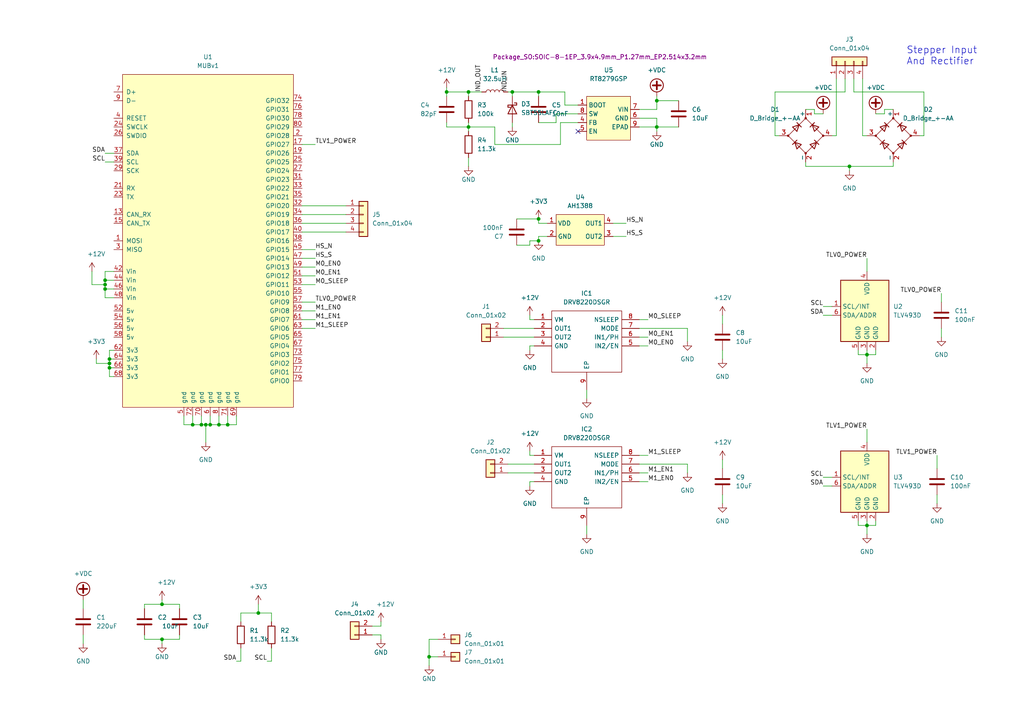
<source format=kicad_sch>
(kicad_sch (version 20220822) (generator eeschema)
  (paper "A4")
  (lib_symbols
    (symbol "Connector_Generic:Conn_01x01" (pin_names (offset 1.016) hide)
      (property "Reference" "J" (at 0 2.54 0))
      (property "Value" "Conn_01x01" (at 0 -2.54 0))
      (symbol "Conn_01x01_1_1"
        (rectangle (start -1.27 0.127) (end 0 -0.127) (stroke (width 0.1524)))
        (rectangle (start -1.27 1.27) (end 1.27 -1.27) (stroke (width 0.254)) (fill (type background)))
        (pin passive line (at -5.08 0 0) (length 3.81) (name "Pin_1") (number "1"))
      )
    )
    (symbol "Connector_Generic:Conn_01x02" (pin_names (offset 1.016) hide)
      (property "Reference" "J" (at 0 2.54 0))
      (property "Value" "Conn_01x02" (at 0 -5.08 0))
      (symbol "Conn_01x02_1_1"
        (rectangle (start -1.27 -2.413) (end 0 -2.667) (stroke (width 0.1524)))
        (rectangle (start -1.27 0.127) (end 0 -0.127) (stroke (width 0.1524)))
        (rectangle (start -1.27 1.27) (end 1.27 -3.81) (stroke (width 0.254)) (fill (type background)))
        (pin passive line (at -5.08 0 0) (length 3.81) (name "Pin_1") (number "1"))
        (pin passive line (at -5.08 -2.54 0) (length 3.81) (name "Pin_2") (number "2"))
      )
    )
    (symbol "Connector_Generic:Conn_01x04" (pin_names (offset 1.016) hide)
      (property "Reference" "J" (at 0 5.08 0))
      (property "Value" "Conn_01x04" (at 0 -7.62 0))
      (symbol "Conn_01x04_1_1"
        (rectangle (start -1.27 -4.953) (end 0 -5.207) (stroke (width 0.1524)))
        (rectangle (start -1.27 -2.413) (end 0 -2.667) (stroke (width 0.1524)))
        (rectangle (start -1.27 0.127) (end 0 -0.127) (stroke (width 0.1524)))
        (rectangle (start -1.27 2.667) (end 0 2.413) (stroke (width 0.1524)))
        (rectangle (start -1.27 3.81) (end 1.27 -6.35) (stroke (width 0.254)) (fill (type background)))
        (pin passive line (at -5.08 2.54 0) (length 3.81) (name "Pin_1") (number "1"))
        (pin passive line (at -5.08 0 0) (length 3.81) (name "Pin_2") (number "2"))
        (pin passive line (at -5.08 -2.54 0) (length 3.81) (name "Pin_3") (number "3"))
        (pin passive line (at -5.08 -5.08 0) (length 3.81) (name "Pin_4") (number "4"))
      )
    )
    (symbol "Device:C" (pin_numbers hide) (pin_names (offset 0.254))
      (property "Reference" "C" (at 0.635 2.54 0))
      (property "Value" "C" (at 0.635 -2.54 0))
      (symbol "C_0_1"
        (polyline (pts (xy -2.032 -0.762) (xy 2.032 -0.762)) (stroke (width 0.508)))
        (polyline (pts (xy -2.032 0.762) (xy 2.032 0.762)) (stroke (width 0.508)))
      )
      (symbol "C_1_1"
        (pin passive line (at 0 3.81 270) (length 2.794) (name "~") (number "1"))
        (pin passive line (at 0 -3.81 90) (length 2.794) (name "~") (number "2"))
      )
    )
    (symbol "Device:D_Bridge_+-AA" (pin_names (offset 0))
      (property "Reference" "D" (at 2.54 6.985 0))
      (property "Value" "D_Bridge_+-AA" (at 2.54 5.08 0))
      (symbol "D_Bridge_+-AA_0_1"
        (circle (center -5.08 0) (radius 0.254) (fill (type outline)))
        (circle (center 0 -5.08) (radius 0.254) (fill (type outline)))
        (polyline (pts (xy -2.54 3.81) (xy -1.27 2.54)) (stroke (width 0.254)))
        (polyline (pts (xy -1.27 -2.54) (xy -2.54 -3.81)) (stroke (width 0.254)))
        (polyline (pts (xy 2.54 -1.27) (xy 3.81 -2.54)) (stroke (width 0.254)))
        (polyline (pts (xy 2.54 1.27) (xy 3.81 2.54)) (stroke (width 0.254)))
        (polyline (pts (xy -3.81 2.54) (xy -2.54 1.27) (xy -1.905 3.175) (xy -3.81 2.54)) (stroke (width 0.254)))
        (polyline (pts (xy -2.54 -1.27) (xy -3.81 -2.54) (xy -1.905 -3.175) (xy -2.54 -1.27)) (stroke (width 0.254)))
        (polyline (pts (xy 1.27 2.54) (xy 2.54 3.81) (xy 3.175 1.905) (xy 1.27 2.54)) (stroke (width 0.254)))
        (polyline (pts (xy 3.175 -1.905) (xy 1.27 -2.54) (xy 2.54 -3.81) (xy 3.175 -1.905)) (stroke (width 0.254)))
        (polyline (pts (xy -5.08 0) (xy 0 -5.08) (xy 5.08 0) (xy 0 5.08) (xy -5.08 0)))
        (circle (center 0 5.08) (radius 0.254) (fill (type outline)))
        (circle (center 5.08 0) (radius 0.254) (fill (type outline)))
      )
      (symbol "D_Bridge_+-AA_1_1"
        (pin passive line (at 7.62 0 180) (length 2.54) (name "+") (number "1"))
        (pin passive line (at -7.62 0 0) (length 2.54) (name "-") (number "2"))
        (pin passive line (at 0 7.62 270) (length 2.54) (name "~") (number "3"))
        (pin passive line (at 0 -7.62 90) (length 2.54) (name "~") (number "4"))
      )
    )
    (symbol "Device:D_Schottky" (pin_numbers hide) (pin_names (offset 1.016) hide)
      (property "Reference" "D" (at 0 2.54 0))
      (property "Value" "D_Schottky" (at 0 -2.54 0))
      (symbol "D_Schottky_0_1"
        (polyline (pts (xy 1.27 0) (xy -1.27 0)))
        (polyline (pts (xy 1.27 1.27) (xy 1.27 -1.27) (xy -1.27 0) (xy 1.27 1.27)) (stroke (width 0.254)))
        (polyline (pts (xy -1.905 0.635) (xy -1.905 1.27) (xy -1.27 1.27) (xy -1.27 -1.27) (xy -0.635 -1.27) (xy -0.635 -0.635)) (stroke (width 0.254)))
      )
      (symbol "D_Schottky_1_1"
        (pin passive line (at -3.81 0 0) (length 2.54) (name "K") (number "1"))
        (pin passive line (at 3.81 0 180) (length 2.54) (name "A") (number "2"))
      )
    )
    (symbol "Device:L" (pin_numbers hide) (pin_names (offset 1.016) hide)
      (property "Reference" "L" (at -1.27 0 90))
      (property "Value" "L" (at 1.905 0 90))
      (symbol "L_0_1"
        (arc (start 0 -2.54) (mid 0.635 -1.905) (end 0 -1.27))
        (arc (start 0 -1.27) (mid 0.635 -0.635) (end 0 0))
        (arc (start 0 0) (mid 0.635 0.635) (end 0 1.27))
        (arc (start 0 1.27) (mid 0.635 1.905) (end 0 2.54))
      )
      (symbol "L_1_1"
        (pin passive line (at 0 3.81 270) (length 1.27) (name "1") (number "1"))
        (pin passive line (at 0 -3.81 90) (length 1.27) (name "2") (number "2"))
      )
    )
    (symbol "Device:R" (pin_numbers hide) (pin_names (offset 0))
      (property "Reference" "R" (at 2.032 0 90))
      (property "Value" "R" (at 0 0 90))
      (symbol "R_0_1"
        (rectangle (start -1.016 -2.54) (end 1.016 2.54) (stroke (width 0.254)))
      )
      (symbol "R_1_1"
        (pin passive line (at 0 3.81 270) (length 1.27) (name "~") (number "1"))
        (pin passive line (at 0 -3.81 90) (length 1.27) (name "~") (number "2"))
      )
    )
    (symbol "MUB:MUBv1" (pin_names (offset 1.016))
      (property "Reference" "U" (at -21.59 46.99 0))
      (property "Value" "MUBv1" (at 21.59 -52.07 0))
      (symbol "MUBv1_0_1"
        (rectangle (start -24.13 45.72) (end 25.4 -50.8) (fill (type background)))
      )
      (symbol "MUBv1_1_1"
        (pin input line (at -26.67 -2.54 0) (length 2.54) (name "MOSI") (number "1"))
        (pin input line (at -26.67 5.08 0) (length 2.54) (name "CAN_RX") (number "13"))
        (pin input line (at -26.67 2.54 0) (length 2.54) (name "CAN_TX") (number "15"))
        (pin input line (at 27.94 25.4 180) (length 2.54) (name "GPIO27") (number "17"))
        (pin input line (at 27.94 22.86 180) (length 2.54) (name "GPIO26") (number "19"))
        (pin input line (at 27.94 27.94 180) (length 2.54) (name "GPIO28") (number "2"))
        (pin input line (at -26.67 12.7 0) (length 2.54) (name "RX") (number "21"))
        (pin input line (at -26.67 10.16 0) (length 2.54) (name "TX") (number "23"))
        (pin input line (at -26.67 30.48 0) (length 2.54) (name "SWCLK") (number "24"))
        (pin input line (at 27.94 20.32 180) (length 2.54) (name "GPIO25") (number "25"))
        (pin input line (at -26.67 27.94 0) (length 2.54) (name "SWDIO") (number "26"))
        (pin input line (at 27.94 17.78 180) (length 2.54) (name "GPIO24") (number "27"))
        (pin input line (at -26.67 17.78 0) (length 2.54) (name "SCK") (number "29"))
        (pin input line (at -26.67 -5.08 0) (length 2.54) (name "MISO") (number "3"))
        (pin input line (at 27.94 15.24 180) (length 2.54) (name "GPIO23") (number "31"))
        (pin input line (at 27.94 7.62 180) (length 2.54) (name "GPIO20") (number "32"))
        (pin input line (at 27.94 12.7 180) (length 2.54) (name "GPIO22") (number "33"))
        (pin input line (at 27.94 5.08 180) (length 2.54) (name "GPIO19") (number "34"))
        (pin input line (at 27.94 10.16 180) (length 2.54) (name "GPIO21") (number "35"))
        (pin input line (at 27.94 2.54 180) (length 2.54) (name "GPIO18") (number "36"))
        (pin input line (at -26.67 22.86 0) (length 2.54) (name "SDA") (number "37"))
        (pin input line (at 27.94 -2.54 180) (length 2.54) (name "GPIO16") (number "38"))
        (pin input line (at -26.67 20.32 0) (length 2.54) (name "SCL") (number "39"))
        (pin input line (at -26.67 33.02 0) (length 2.54) (name "RESET") (number "4"))
        (pin input line (at 27.94 0 180) (length 2.54) (name "GPIO17") (number "40"))
        (pin input line (at -26.67 -11.43 0) (length 2.54) (name "Vin") (number "42"))
        (pin input line (at -26.67 -13.97 0) (length 2.54) (name "Vin") (number "44"))
        (pin input line (at 27.94 -5.08 180) (length 2.54) (name "GPIO15") (number "45"))
        (pin input line (at -26.67 -16.51 0) (length 2.54) (name "Vin") (number "46"))
        (pin input line (at 27.94 -7.62 180) (length 2.54) (name "GPIO14") (number "47"))
        (pin input line (at -26.67 -19.05 0) (length 2.54) (name "Vin") (number "48"))
        (pin input line (at 27.94 -10.16 180) (length 2.54) (name "GPIO13") (number "49"))
        (pin input line (at -6.35 -53.34 90) (length 2.54) (name "gnd") (number "5"))
        (pin input line (at 27.94 -12.7 180) (length 2.54) (name "GPIO12") (number "51"))
        (pin input line (at -26.67 -22.86 0) (length 2.54) (name "5v") (number "52"))
        (pin input line (at 27.94 -15.24 180) (length 2.54) (name "GPIO11") (number "53"))
        (pin input line (at -26.67 -25.4 0) (length 2.54) (name "5v") (number "54"))
        (pin input line (at 27.94 -17.78 180) (length 2.54) (name "GPIO10") (number "55"))
        (pin input line (at -26.67 -27.94 0) (length 2.54) (name "5v") (number "56"))
        (pin input line (at 27.94 -20.32 180) (length 2.54) (name "GPIO9") (number "57"))
        (pin input line (at -26.67 -30.48 0) (length 2.54) (name "5v") (number "58"))
        (pin input line (at 27.94 -22.86 180) (length 2.54) (name "GPIO8") (number "59"))
        (pin input line (at 1.27 -53.34 90) (length 2.54) (name "gnd") (number "6"))
        (pin input line (at 27.94 -25.4 180) (length 2.54) (name "GPIO7") (number "61"))
        (pin input line (at -26.67 -34.29 0) (length 2.54) (name "3v3") (number "62"))
        (pin input line (at 27.94 -27.94 180) (length 2.54) (name "GPIO6") (number "63"))
        (pin input line (at -26.67 -36.83 0) (length 2.54) (name "3v3") (number "64"))
        (pin input line (at 27.94 -30.48 180) (length 2.54) (name "GPIO5") (number "65"))
        (pin input line (at -26.67 -39.37 0) (length 2.54) (name "3v3") (number "66"))
        (pin input line (at 27.94 -33.02 180) (length 2.54) (name "GPIO4") (number "67"))
        (pin input line (at -26.67 -41.91 0) (length 2.54) (name "3v3") (number "68"))
        (pin input line (at 8.89 -53.34 90) (length 2.54) (name "gnd") (number "69"))
        (pin input line (at -26.67 40.64 0) (length 2.54) (name "D+") (number "7"))
        (pin input line (at -1.27 -53.34 90) (length 2.54) (name "gnd") (number "70"))
        (pin input line (at 6.35 -53.34 90) (length 2.54) (name "gnd") (number "71"))
        (pin input line (at -3.81 -53.34 90) (length 2.54) (name "gnd") (number "72"))
        (pin input line (at 27.94 -35.56 180) (length 2.54) (name "GPIO3") (number "73"))
        (pin input line (at 27.94 38.1 180) (length 2.54) (name "GPIO32") (number "74"))
        (pin input line (at 27.94 -38.1 180) (length 2.54) (name "GPIO2") (number "75"))
        (pin input line (at 27.94 35.56 180) (length 2.54) (name "GPIO31") (number "76"))
        (pin input line (at 27.94 -40.64 180) (length 2.54) (name "GPIO1") (number "77"))
        (pin input line (at 27.94 33.02 180) (length 2.54) (name "GPIO30") (number "78"))
        (pin input line (at 27.94 -43.18 180) (length 2.54) (name "GPIO0") (number "79"))
        (pin input line (at 3.81 -53.34 90) (length 2.54) (name "gnd") (number "8"))
        (pin input line (at 27.94 30.48 180) (length 2.54) (name "GPIO29") (number "80"))
        (pin input line (at -26.67 38.1 0) (length 2.54) (name "D-") (number "9"))
      )
    )
    (symbol "SamacSys_Parts:DRV8220DSGR" (pin_names (offset 0.762))
      (property "Reference" "IC" (at 26.67 7.62 0))
      (property "Value" "DRV8220DSGR" (at 26.67 5.08 0))
      (symbol "DRV8220DSGR_0_0"
        (pin passive line (at 0 0 0) (length 5.08) (name "VM") (number "1"))
        (pin passive line (at 0 -2.54 0) (length 5.08) (name "OUT1") (number "2"))
        (pin passive line (at 0 -5.08 0) (length 5.08) (name "OUT2") (number "3"))
        (pin passive line (at 0 -7.62 0) (length 5.08) (name "GND") (number "4"))
        (pin passive line (at 30.48 -7.62 180) (length 5.08) (name "IN2/EN") (number "5"))
        (pin passive line (at 30.48 -5.08 180) (length 5.08) (name "IN1/PH") (number "6"))
        (pin passive line (at 30.48 -2.54 180) (length 5.08) (name "MODE") (number "7"))
        (pin passive line (at 30.48 0 180) (length 5.08) (name "NSLEEP") (number "8"))
        (pin passive line (at 15.24 -20.32 90) (length 5.08) (name "EP") (number "9"))
      )
      (symbol "DRV8220DSGR_0_1"
        (polyline (pts (xy 5.08 2.54) (xy 25.4 2.54) (xy 25.4 -15.24) (xy 5.08 -15.24) (xy 5.08 2.54)) (stroke (width 0.1524)))
      )
    )
    (symbol "Sensor_Magnetic:TLV493D"
      (property "Reference" "U" (at -6.35 11.43 0))
      (property "Value" "TLV493D" (at 5.08 11.43 0))
      (symbol "TLV493D_0_1"
        (rectangle (start -7.62 10.16) (end 6.35 -7.62) (stroke (width 0.254)) (fill (type background)))
      )
      (symbol "TLV493D_1_1"
        (pin bidirectional line (at -10.16 2.54 0) (length 2.54) (name "SCL/INT") (number "1"))
        (pin power_in line (at 2.54 -10.16 90) (length 2.54) (name "GND") (number "2"))
        (pin power_in line (at 0 -10.16 90) (length 2.54) (name "GND") (number "3"))
        (pin power_in line (at 0 12.7 270) (length 2.54) (name "VDD") (number "4"))
        (pin power_in line (at -2.54 -10.16 90) (length 2.54) (name "GND") (number "5"))
        (pin bidirectional line (at -10.16 0 0) (length 2.54) (name "SDA/ADDR") (number "6"))
      )
    )
    (symbol "custom_parts:AH1388"
      (property "Reference" "U" (at 0 5.08 0))
      (property "Value" "AH1388" (at 3.81 -6.35 0))
      (symbol "AH1388_0_1"
        (rectangle (start -6.35 3.81) (end 7.62 -5.08) (fill (type background)))
      )
      (symbol "AH1388_1_1"
        (pin input line (at -8.89 1.27 0) (length 2.54) (name "VDD") (number "1"))
        (pin output line (at -8.89 -2.54 0) (length 2.54) (name "GND") (number "2"))
        (pin output line (at 10.16 -2.54 180) (length 2.54) (name "OUT2") (number "3"))
        (pin output line (at 10.16 1.27 180) (length 2.54) (name "OUT1") (number "4"))
      )
    )
    (symbol "custom_parts:RT8279GSP"
      (property "Reference" "U" (at 0 7.62 0))
      (property "Value" "RT8279GSP" (at 5.08 -7.62 0))
      (property "Footprint" "Package_SO:SOIC-8-1EP_3.9x4.9mm_P1.27mm_EP2.514x3.2mm" (at 0 7.62 0))
      (symbol "RT8279GSP_0_0"
        (pin input line (at 8.89 -2.54 180) (length 2.54) (name "EPAD") (number "9"))
      )
      (symbol "RT8279GSP_0_1"
        (rectangle (start -6.35 6.35) (end 6.35 -6.35) (fill (type background)))
      )
      (symbol "RT8279GSP_1_1"
        (pin input line (at -8.89 3.81 0) (length 2.54) (name "BOOT") (number "1"))
        (pin input line (at -8.89 -1.27 0) (length 2.54) (name "FB") (number "4"))
        (pin input line (at -8.89 -3.81 0) (length 2.54) (name "EN") (number "5"))
        (pin input line (at 8.89 0 180) (length 2.54) (name "GND") (number "6"))
        (pin input line (at 8.89 2.54 180) (length 2.54) (name "VIN") (number "7"))
        (pin input line (at -8.89 1.27 0) (length 2.54) (name "SW") (number "8"))
      )
    )
    (symbol "power:+12V" (power) (pin_names (offset 0))
      (property "Value" "+12V" (at 0 3.556 0))
      (symbol "+12V_0_1"
        (polyline (pts (xy -0.762 1.27) (xy 0 2.54)))
        (polyline (pts (xy 0 0) (xy 0 2.54)))
        (polyline (pts (xy 0 2.54) (xy 0.762 1.27)))
      )
      (symbol "+12V_1_1"
        (pin power_in line (at 0 0 90) (length 0) hide (name "+12V") (number "1"))
      )
    )
    (symbol "power:+3V3" (power) (pin_names (offset 0))
      (property "Value" "+3V3" (at 0 3.556 0))
      (symbol "+3V3_0_1"
        (polyline (pts (xy -0.762 1.27) (xy 0 2.54)))
        (polyline (pts (xy 0 0) (xy 0 2.54)))
        (polyline (pts (xy 0 2.54) (xy 0.762 1.27)))
      )
      (symbol "+3V3_1_1"
        (pin power_in line (at 0 0 90) (length 0) hide (name "+3V3") (number "1"))
      )
    )
    (symbol "power:+VDC" (power) (pin_names (offset 0))
      (property "Value" "+VDC" (at 0 6.35 0))
      (symbol "+VDC_0_1"
        (polyline (pts (xy -1.143 3.175) (xy 1.143 3.175)) (stroke (width 0.508)))
        (polyline (pts (xy 0 0) (xy 0 1.27)))
        (polyline (pts (xy 0 2.032) (xy 0 4.318)) (stroke (width 0.508)))
        (circle (center 0 3.175) (radius 1.905) (stroke (width 0.254)))
      )
      (symbol "+VDC_1_1"
        (pin power_in line (at 0 0 90) (length 0) hide (name "+VDC") (number "1"))
      )
    )
    (symbol "power:GND" (power) (pin_names (offset 0))
      (property "Value" "GND" (at 0 -3.81 0))
      (symbol "GND_0_1"
        (polyline (pts (xy 0 0) (xy 0 -1.27) (xy 1.27 -1.27) (xy 0 -2.54) (xy -1.27 -1.27) (xy 0 -1.27)))
      )
      (symbol "GND_1_1"
        (pin power_in line (at 0 0 270) (length 0) hide (name "GND") (number "1"))
      )
    )
  )
  (junction (at 135.89 26.67))
  (junction (at 246.38 48.26))
  (junction (at 31.75 105.41))
  (junction (at 63.5 123.19))
  (junction (at 251.46 102.87))
  (junction (at 66.04 123.19))
  (junction (at 30.48 83.82))
  (junction (at 58.42 123.19))
  (junction (at 55.88 123.19))
  (junction (at 60.96 123.19))
  (junction (at 190.5 36.83))
  (junction (at 156.21 26.67))
  (junction (at 156.21 63.5))
  (junction (at 129.54 26.67))
  (junction (at 74.93 177.8))
  (junction (at 31.75 106.68))
  (junction (at 30.48 81.28))
  (junction (at 156.21 69.85))
  (junction (at 59.69 123.19))
  (junction (at 31.75 104.14))
  (junction (at 30.48 82.55))
  (junction (at 190.5 29.21))
  (junction (at 124.46 190.5))
  (junction (at 46.99 185.42))
  (junction (at 148.59 26.67))
  (junction (at 251.46 152.4))
  (junction (at 135.89 36.83))
  (junction (at 46.99 175.26))
  (no_connect (at 167.64 38.1))
  (wire (pts (xy 153.67 92.71) (xy 154.94 92.71)))
  (wire (pts (xy 190.5 36.83) (xy 190.5 38.1)))
  (wire (pts (xy 250.19 39.37) (xy 251.46 39.37)))
  (wire (pts (xy 148.59 35.56) (xy 148.59 36.83)))
  (wire (pts (xy 224.79 26.67) (xy 245.11 26.67)))
  (wire (pts (xy 87.63 62.23) (xy 100.33 62.23)))
  (wire (pts (xy 248.92 102.87) (xy 251.46 102.87)))
  (wire (pts (xy 46.99 185.42) (xy 52.07 185.42)))
  (wire (pts (xy 33.02 109.22) (xy 31.75 109.22)))
  (wire (pts (xy 24.13 173.99) (xy 24.13 176.53)))
  (wire (pts (xy 107.95 184.15) (xy 110.49 184.15)))
  (wire (pts (xy 124.46 185.42) (xy 124.46 190.5)))
  (wire (pts (xy 153.67 91.44) (xy 153.67 92.71)))
  (wire (pts (xy 31.75 105.41) (xy 31.75 106.68)))
  (wire (pts (xy 63.5 120.65) (xy 63.5 123.19)))
  (wire (pts (xy 161.29 35.56) (xy 156.21 35.56)))
  (wire (pts (xy 273.05 95.25) (xy 273.05 97.79)))
  (wire (pts (xy 30.48 78.74) (xy 33.02 78.74)))
  (wire (pts (xy 24.13 184.15) (xy 24.13 186.69)))
  (wire (pts (xy 238.76 138.43) (xy 241.3 138.43)))
  (wire (pts (xy 60.96 123.19) (xy 63.5 123.19)))
  (wire (pts (xy 135.89 27.94) (xy 135.89 26.67)))
  (wire (pts (xy 190.5 34.29) (xy 190.5 36.83)))
  (wire (pts (xy 209.55 91.44) (xy 209.55 93.98)))
  (wire (pts (xy 60.96 120.65) (xy 60.96 123.19)))
  (wire (pts (xy 69.85 180.34) (xy 69.85 177.8)))
  (wire (pts (xy 254 102.87) (xy 251.46 102.87)))
  (wire (pts (xy 185.42 132.08) (xy 187.96 132.08)))
  (wire (pts (xy 53.34 123.19) (xy 55.88 123.19)))
  (wire (pts (xy 167.64 35.56) (xy 162.56 35.56)))
  (wire (pts (xy 87.63 67.31) (xy 100.33 67.31)))
  (wire (pts (xy 78.74 191.77) (xy 77.47 191.77)))
  (wire (pts (xy 162.56 35.56) (xy 162.56 41.91)))
  (wire (pts (xy 242.57 22.86) (xy 242.57 39.37)))
  (wire (pts (xy 110.49 184.15) (xy 110.49 185.42)))
  (wire (pts (xy 143.51 41.91) (xy 143.51 36.83)))
  (wire (pts (xy 209.55 101.6) (xy 209.55 104.14)))
  (wire (pts (xy 87.63 95.25) (xy 91.44 95.25)))
  (wire (pts (xy 248.92 151.13) (xy 248.92 152.4)))
  (wire (pts (xy 251.46 74.93) (xy 251.46 78.74)))
  (wire (pts (xy 87.63 74.93) (xy 91.44 74.93)))
  (wire (pts (xy 124.46 190.5) (xy 127 190.5)))
  (wire (pts (xy 110.49 181.61) (xy 110.49 180.34)))
  (wire (pts (xy 238.76 91.44) (xy 241.3 91.44)))
  (wire (pts (xy 246.38 48.26) (xy 246.38 49.53)))
  (wire (pts (xy 185.42 95.25) (xy 199.39 95.25)))
  (wire (pts (xy 135.89 36.83) (xy 135.89 38.1)))
  (wire (pts (xy 68.58 123.19) (xy 68.58 120.65)))
  (wire (pts (xy 162.56 41.91) (xy 143.51 41.91)))
  (wire (pts (xy 87.63 80.01) (xy 91.44 80.01)))
  (wire (pts (xy 250.19 22.86) (xy 250.19 39.37)))
  (wire (pts (xy 87.63 82.55) (xy 91.44 82.55)))
  (wire (pts (xy 69.85 187.96) (xy 69.85 191.77)))
  (wire (pts (xy 78.74 177.8) (xy 78.74 180.34)))
  (wire (pts (xy 87.63 64.77) (xy 100.33 64.77)))
  (wire (pts (xy 254 151.13) (xy 254 152.4)))
  (wire (pts (xy 27.94 105.41) (xy 27.94 104.14)))
  (wire (pts (xy 233.68 48.26) (xy 246.38 48.26)))
  (wire (pts (xy 209.55 143.51) (xy 209.55 146.05)))
  (wire (pts (xy 135.89 45.72) (xy 135.89 48.26)))
  (wire (pts (xy 52.07 176.53) (xy 52.07 175.26)))
  (wire (pts (xy 59.69 123.19) (xy 60.96 123.19)))
  (wire (pts (xy 30.48 46.99) (xy 33.02 46.99)))
  (wire (pts (xy 190.5 36.83) (xy 196.85 36.83)))
  (wire (pts (xy 161.29 33.02) (xy 167.64 33.02)))
  (wire (pts (xy 87.63 41.91) (xy 91.44 41.91)))
  (wire (pts (xy 31.75 104.14) (xy 31.75 101.6)))
  (wire (pts (xy 30.48 86.36) (xy 30.48 83.82)))
  (wire (pts (xy 31.75 101.6) (xy 33.02 101.6)))
  (wire (pts (xy 30.48 82.55) (xy 30.48 81.28)))
  (wire (pts (xy 185.42 100.33) (xy 187.96 100.33)))
  (wire (pts (xy 78.74 187.96) (xy 78.74 191.77)))
  (wire (pts (xy 55.88 120.65) (xy 55.88 123.19)))
  (wire (pts (xy 224.79 39.37) (xy 226.06 39.37)))
  (wire (pts (xy 167.64 30.48) (xy 163.83 30.48)))
  (wire (pts (xy 177.8 68.58) (xy 181.61 68.58)))
  (wire (pts (xy 190.5 29.21) (xy 196.85 29.21)))
  (wire (pts (xy 63.5 123.19) (xy 66.04 123.19)))
  (wire (pts (xy 267.97 39.37) (xy 267.97 26.67)))
  (wire (pts (xy 59.69 123.19) (xy 59.69 128.27)))
  (wire (pts (xy 129.54 36.83) (xy 135.89 36.83)))
  (wire (pts (xy 146.05 95.25) (xy 154.94 95.25)))
  (wire (pts (xy 87.63 87.63) (xy 91.44 87.63)))
  (wire (pts (xy 30.48 83.82) (xy 33.02 83.82)))
  (wire (pts (xy 185.42 139.7) (xy 187.96 139.7)))
  (wire (pts (xy 158.75 68.58) (xy 156.21 68.58)))
  (wire (pts (xy 224.79 26.67) (xy 224.79 39.37)))
  (wire (pts (xy 233.68 31.75) (xy 236.22 31.75)))
  (wire (pts (xy 153.67 132.08) (xy 154.94 132.08)))
  (wire (pts (xy 190.5 29.21) (xy 190.5 31.75)))
  (wire (pts (xy 154.94 139.7) (xy 153.67 139.7)))
  (wire (pts (xy 147.32 26.67) (xy 148.59 26.67)))
  (wire (pts (xy 185.42 34.29) (xy 190.5 34.29)))
  (wire (pts (xy 271.78 132.08) (xy 271.78 135.89)))
  (wire (pts (xy 41.91 185.42) (xy 46.99 185.42)))
  (wire (pts (xy 153.67 130.81) (xy 153.67 132.08)))
  (wire (pts (xy 26.67 82.55) (xy 30.48 82.55)))
  (wire (pts (xy 170.18 152.4) (xy 170.18 154.94)))
  (wire (pts (xy 254 152.4) (xy 251.46 152.4)))
  (wire (pts (xy 87.63 92.71) (xy 91.44 92.71)))
  (wire (pts (xy 247.65 26.67) (xy 267.97 26.67)))
  (wire (pts (xy 31.75 105.41) (xy 31.75 104.14)))
  (wire (pts (xy 129.54 26.67) (xy 135.89 26.67)))
  (wire (pts (xy 153.67 100.33) (xy 154.94 100.33)))
  (wire (pts (xy 254 33.02) (xy 256.54 33.02)))
  (wire (pts (xy 156.21 68.58) (xy 156.21 69.85)))
  (wire (pts (xy 236.22 33.02) (xy 238.76 33.02)))
  (wire (pts (xy 238.76 88.9) (xy 241.3 88.9)))
  (wire (pts (xy 251.46 124.46) (xy 251.46 128.27)))
  (wire (pts (xy 129.54 25.4) (xy 129.54 26.67)))
  (wire (pts (xy 153.67 71.12) (xy 153.67 69.85)))
  (wire (pts (xy 185.42 137.16) (xy 187.96 137.16)))
  (wire (pts (xy 199.39 134.62) (xy 199.39 137.16)))
  (wire (pts (xy 170.18 113.03) (xy 170.18 115.57)))
  (wire (pts (xy 238.76 140.97) (xy 241.3 140.97)))
  (wire (pts (xy 271.78 143.51) (xy 271.78 146.05)))
  (wire (pts (xy 143.51 36.83) (xy 135.89 36.83)))
  (wire (pts (xy 147.32 137.16) (xy 154.94 137.16)))
  (wire (pts (xy 190.5 27.94) (xy 190.5 29.21)))
  (wire (pts (xy 251.46 151.13) (xy 251.46 152.4)))
  (wire (pts (xy 161.29 33.02) (xy 161.29 35.56)))
  (wire (pts (xy 30.48 83.82) (xy 30.48 82.55)))
  (wire (pts (xy 69.85 177.8) (xy 74.93 177.8)))
  (wire (pts (xy 251.46 101.6) (xy 251.46 102.87)))
  (wire (pts (xy 254 101.6) (xy 254 102.87)))
  (wire (pts (xy 41.91 176.53) (xy 41.91 175.26)))
  (wire (pts (xy 177.8 64.77) (xy 181.61 64.77)))
  (wire (pts (xy 251.46 152.4) (xy 251.46 154.94)))
  (wire (pts (xy 149.86 63.5) (xy 156.21 63.5)))
  (wire (pts (xy 33.02 86.36) (xy 30.48 86.36)))
  (wire (pts (xy 248.92 101.6) (xy 248.92 102.87)))
  (wire (pts (xy 124.46 193.04) (xy 124.46 190.5)))
  (wire (pts (xy 30.48 81.28) (xy 33.02 81.28)))
  (wire (pts (xy 31.75 109.22) (xy 31.75 106.68)))
  (wire (pts (xy 185.42 36.83) (xy 190.5 36.83)))
  (wire (pts (xy 246.38 48.26) (xy 259.08 48.26)))
  (wire (pts (xy 31.75 104.14) (xy 33.02 104.14)))
  (wire (pts (xy 149.86 71.12) (xy 153.67 71.12)))
  (wire (pts (xy 209.55 133.35) (xy 209.55 135.89)))
  (wire (pts (xy 273.05 85.09) (xy 273.05 87.63)))
  (wire (pts (xy 53.34 120.65) (xy 53.34 123.19)))
  (wire (pts (xy 66.04 120.65) (xy 66.04 123.19)))
  (wire (pts (xy 245.11 26.67) (xy 245.11 22.86)))
  (wire (pts (xy 156.21 64.77) (xy 158.75 64.77)))
  (wire (pts (xy 30.48 81.28) (xy 30.48 78.74)))
  (wire (pts (xy 148.59 26.67) (xy 148.59 27.94)))
  (wire (pts (xy 87.63 59.69) (xy 100.33 59.69)))
  (wire (pts (xy 129.54 27.94) (xy 129.54 26.67)))
  (wire (pts (xy 185.42 97.79) (xy 187.96 97.79)))
  (wire (pts (xy 156.21 26.67) (xy 163.83 26.67)))
  (wire (pts (xy 233.68 48.26) (xy 233.68 46.99)))
  (wire (pts (xy 251.46 102.87) (xy 251.46 105.41)))
  (wire (pts (xy 247.65 22.86) (xy 247.65 26.67)))
  (wire (pts (xy 41.91 184.15) (xy 41.91 185.42)))
  (wire (pts (xy 46.99 185.42) (xy 46.99 186.69)))
  (wire (pts (xy 153.67 69.85) (xy 156.21 69.85)))
  (wire (pts (xy 266.7 39.37) (xy 267.97 39.37)))
  (wire (pts (xy 58.42 123.19) (xy 59.69 123.19)))
  (wire (pts (xy 55.88 123.19) (xy 58.42 123.19)))
  (wire (pts (xy 147.32 134.62) (xy 154.94 134.62)))
  (wire (pts (xy 156.21 63.5) (xy 156.21 64.77)))
  (wire (pts (xy 190.5 31.75) (xy 185.42 31.75)))
  (wire (pts (xy 31.75 106.68) (xy 33.02 106.68)))
  (wire (pts (xy 66.04 123.19) (xy 68.58 123.19)))
  (wire (pts (xy 58.42 120.65) (xy 58.42 123.19)))
  (wire (pts (xy 30.48 44.45) (xy 33.02 44.45)))
  (wire (pts (xy 87.63 90.17) (xy 91.44 90.17)))
  (wire (pts (xy 248.92 152.4) (xy 251.46 152.4)))
  (wire (pts (xy 46.99 175.26) (xy 46.99 173.99)))
  (wire (pts (xy 259.08 48.26) (xy 259.08 46.99)))
  (wire (pts (xy 185.42 92.71) (xy 187.96 92.71)))
  (wire (pts (xy 135.89 36.83) (xy 135.89 35.56)))
  (wire (pts (xy 129.54 35.56) (xy 129.54 36.83)))
  (wire (pts (xy 69.85 191.77) (xy 68.58 191.77)))
  (wire (pts (xy 146.05 97.79) (xy 154.94 97.79)))
  (wire (pts (xy 148.59 26.67) (xy 156.21 26.67)))
  (wire (pts (xy 52.07 184.15) (xy 52.07 185.42)))
  (wire (pts (xy 242.57 39.37) (xy 241.3 39.37)))
  (wire (pts (xy 87.63 77.47) (xy 91.44 77.47)))
  (wire (pts (xy 256.54 33.02) (xy 256.54 31.75)))
  (wire (pts (xy 199.39 95.25) (xy 199.39 99.06)))
  (wire (pts (xy 256.54 31.75) (xy 259.08 31.75)))
  (wire (pts (xy 153.67 101.6) (xy 153.67 100.33)))
  (wire (pts (xy 153.67 139.7) (xy 153.67 140.97)))
  (wire (pts (xy 74.93 175.26) (xy 74.93 177.8)))
  (wire (pts (xy 87.63 72.39) (xy 91.44 72.39)))
  (wire (pts (xy 163.83 30.48) (xy 163.83 26.67)))
  (wire (pts (xy 27.94 105.41) (xy 31.75 105.41)))
  (wire (pts (xy 41.91 175.26) (xy 46.99 175.26)))
  (wire (pts (xy 26.67 78.74) (xy 26.67 82.55)))
  (wire (pts (xy 135.89 26.67) (xy 139.7 26.67)))
  (wire (pts (xy 185.42 134.62) (xy 199.39 134.62)))
  (wire (pts (xy 127 185.42) (xy 124.46 185.42)))
  (wire (pts (xy 156.21 26.67) (xy 156.21 27.94)))
  (wire (pts (xy 236.22 31.75) (xy 236.22 33.02)))
  (wire (pts (xy 107.95 181.61) (xy 110.49 181.61)))
  (wire (pts (xy 52.07 175.26) (xy 46.99 175.26)))
  (wire (pts (xy 74.93 177.8) (xy 78.74 177.8)))
  (text "Stepper Input\nAnd Rectifier" (at 262.89 19.05 0) (effects (font (size 2 2)) (justify left bottom)))
  (label "M0_SLEEP" (at 91.44 82.55 0))
  (label "SDA" (at 68.58 191.77 180))
  (label "SDA" (at 30.48 44.45 180))
  (label "SDA" (at 238.76 140.97 180))
  (label "M0_EN1" (at 187.96 97.79 0))
  (label "SCL" (at 238.76 88.9 180))
  (label "M1_EN0" (at 187.96 139.7 0))
  (label "TLV0_POWER" (at 273.05 85.09 180))
  (label "M0_EN0" (at 91.44 77.47 0))
  (label "HS_S" (at 91.44 74.93 0))
  (label "HS_N" (at 181.61 64.77 0))
  (label "TLV1_POWER" (at 251.46 124.46 180))
  (label "SCL" (at 238.76 138.43 180))
  (label "M0_SLEEP" (at 187.96 92.71 0))
  (label "TLV0_POWER" (at 91.44 87.63 0))
  (label "M1_SLEEP" (at 91.44 95.25 0))
  (label "HS_S" (at 181.61 68.58 0))
  (label "M0_EN0" (at 187.96 100.33 0))
  (label "SCL" (at 30.48 46.99 180))
  (label "SDA" (at 238.76 91.44 180))
  (label "TLV1_POWER" (at 271.78 132.08 180))
  (label "M0_EN1" (at 91.44 80.01 0))
  (label "HS_N" (at 91.44 72.39 0))
  (label "IND_OUT" (at 139.7 26.67 90))
  (label "SCL" (at 77.47 191.77 180))
  (label "M1_EN1" (at 187.96 137.16 0))
  (label "M1_EN1" (at 91.44 92.71 0))
  (label "TLV0_POWER" (at 251.46 74.93 180))
  (label "TLV1_POWER" (at 91.44 41.91 0))
  (label "M1_SLEEP" (at 187.96 132.08 0))
  (label "IND_IN" (at 147.32 26.67 90))
  (label "M1_EN0" (at 91.44 90.17 0))
  (symbol (lib_id "power:+12V") (at 110.49 180.34 0) (unit 1)
    (default_instance (reference "") (unit 1) (value "") (footprint ""))
    (property "Reference" "#PWR0127" (effects hide))
    (property "Value" "+12V" (at 111.76 175.26 0))
  )
  (symbol (lib_id "Device:C") (at 52.07 180.34 0) (unit 1)
    (default_instance (reference "") (unit 1) (value "") (footprint ""))
    (property "Reference" "C3" (at 55.88 179.0699 0) (effects (justify left)))
    (property "Value" "10uF" (at 55.88 181.6099 0) (effects (justify left)))
    (property "Footprint" "Capacitor_SMD:C_0805_2012Metric" (effects hide))
  )
  (symbol (lib_id "MUB:MUBv1") (at 59.69 67.31 0) (unit 1)
    (default_instance (reference "") (unit 1) (value "") (footprint ""))
    (property "Reference" "U1" (at 60.325 16.51 0))
    (property "Value" "MUBv1" (at 60.325 19.05 0))
    (property "Footprint" "MUB:MUB_v1" (effects hide))
  )
  (symbol (lib_id "power:+12V") (at 129.54 25.4 0) (unit 1)
    (default_instance (reference "") (unit 1) (value "") (footprint ""))
    (property "Reference" "#PWR0124" (effects hide))
    (property "Value" "+12V" (at 129.54 20.32 0))
  )
  (symbol (lib_id "power:GND") (at 190.5 38.1 0) (unit 1)
    (default_instance (reference "") (unit 1) (value "") (footprint ""))
    (property "Reference" "#PWR0122" (effects hide))
    (property "Value" "GND" (at 190.5 41.91 0))
  )
  (symbol (lib_id "power:GND") (at 124.46 193.04 0) (unit 1)
    (default_instance (reference "") (unit 1) (value "") (footprint ""))
    (property "Reference" "#PWR0128" (effects hide))
    (property "Value" "GND" (at 124.46 196.85 0))
  )
  (symbol (lib_id "power:GND") (at 24.13 186.69 0) (unit 1)
    (default_instance (reference "") (unit 1) (value "") (footprint ""))
    (property "Reference" "#PWR0105" (effects hide))
    (property "Value" "GND" (at 24.13 191.77 0))
  )
  (symbol (lib_id "power:GND") (at 251.46 154.94 0) (unit 1)
    (default_instance (reference "") (unit 1) (value "") (footprint ""))
    (property "Reference" "#PWR0107" (effects hide))
    (property "Value" "GND" (at 251.46 160.02 0))
  )
  (symbol (lib_id "power:GND") (at 59.69 128.27 0) (unit 1)
    (default_instance (reference "") (unit 1) (value "") (footprint ""))
    (property "Reference" "#PWR0104" (effects hide))
    (property "Value" "GND" (at 59.69 133.35 0))
  )
  (symbol (lib_id "SamacSys_Parts:DRV8220DSGR") (at 154.94 92.71 0) (unit 1)
    (default_instance (reference "") (unit 1) (value "") (footprint ""))
    (property "Reference" "IC1" (at 170.18 85.09 0))
    (property "Value" "DRV8220DSGR" (at 170.18 87.63 0))
    (property "Footprint" "SON50P200X200X80-9N" (effects hide))
    (property "Datasheet" "https://www.ti.com/lit/gpn/drv8220" (effects hide))
    (property "Description" "DRV8220DSGR" (effects hide))
    (property "Height" "0.8" (effects hide))
    (property "Mouser Part Number" "595-DRV8220DSGR" (effects hide))
    (property "Mouser Price/Stock" "https://www.mouser.co.uk/ProductDetail/Texas-Instruments/DRV8220DSGR?qs=A6eO%252BMLsxmR1BpX9iMystg%3D%3D" (effects hide))
    (property "Manufacturer_Name" "Texas Instruments" (effects hide))
    (property "Manufacturer_Part_Number" "DRV8220DSGR" (effects hide))
  )
  (symbol (lib_id "Device:R") (at 135.89 31.75 0) (unit 1)
    (default_instance (reference "") (unit 1) (value "") (footprint ""))
    (property "Reference" "R3" (at 138.43 30.4799 0) (effects (justify left)))
    (property "Value" "100k" (at 138.43 33.0199 0) (effects (justify left)))
    (property "Footprint" "Resistor_SMD:R_0603_1608Metric" (effects hide))
  )
  (symbol (lib_id "power:GND") (at 271.78 146.05 0) (unit 1)
    (default_instance (reference "") (unit 1) (value "") (footprint ""))
    (property "Reference" "#PWR0131" (effects hide))
    (property "Value" "GND" (at 271.78 151.13 0))
  )
  (symbol (lib_id "Device:R") (at 69.85 184.15 0) (unit 1)
    (default_instance (reference "") (unit 1) (value "") (footprint ""))
    (property "Reference" "R1" (at 72.39 182.8799 0) (effects (justify left)))
    (property "Value" "11.3k" (at 72.39 185.4199 0) (effects (justify left)))
    (property "Footprint" "Resistor_SMD:R_0603_1608Metric" (effects hide))
  )
  (symbol (lib_id "power:GND") (at 153.67 140.97 0) (unit 1)
    (default_instance (reference "") (unit 1) (value "") (footprint ""))
    (property "Reference" "#PWR0111" (effects hide))
    (property "Value" "GND" (at 153.67 146.05 0))
  )
  (symbol (lib_id "power:GND") (at 209.55 104.14 0) (unit 1)
    (default_instance (reference "") (unit 1) (value "") (footprint ""))
    (property "Reference" "#PWR0135" (effects hide))
    (property "Value" "GND" (at 209.55 109.22 0))
  )
  (symbol (lib_id "power:GND") (at 246.38 49.53 0) (unit 1)
    (default_instance (reference "") (unit 1) (value "") (footprint ""))
    (property "Reference" "#PWR0102" (effects hide))
    (property "Value" "GND" (at 246.38 54.61 0))
  )
  (symbol (lib_id "Connector_Generic:Conn_01x04") (at 105.41 62.23 0) (unit 1)
    (default_instance (reference "") (unit 1) (value "") (footprint ""))
    (property "Reference" "J5" (at 107.95 62.2299 0) (effects (justify left)))
    (property "Value" "Conn_01x04" (at 107.95 64.7699 0) (effects (justify left)))
    (property "Footprint" "Connector_PinHeader_2.54mm:PinHeader_1x04_P2.54mm_Vertical" (effects hide))
  )
  (symbol (lib_id "Device:C") (at 41.91 180.34 0) (unit 1)
    (default_instance (reference "") (unit 1) (value "") (footprint ""))
    (property "Reference" "C2" (at 45.72 179.0699 0) (effects (justify left)))
    (property "Value" "10uF" (at 46.99 181.6099 0) (effects (justify left)))
    (property "Footprint" "Capacitor_SMD:C_0805_2012Metric" (effects hide))
  )
  (symbol (lib_id "Device:C") (at 209.55 139.7 0) (unit 1)
    (default_instance (reference "") (unit 1) (value "") (footprint ""))
    (property "Reference" "C9" (at 213.36 138.4299 0) (effects (justify left)))
    (property "Value" "10uF" (at 213.36 140.9699 0) (effects (justify left)))
    (property "Footprint" "Capacitor_SMD:C_0805_2012Metric" (effects hide))
  )
  (symbol (lib_id "power:+VDC") (at 190.5 27.94 0) (unit 1)
    (default_instance (reference "") (unit 1) (value "") (footprint ""))
    (property "Reference" "#PWR0121" (effects hide))
    (property "Value" "+VDC" (at 190.5 20.32 0))
  )
  (symbol (lib_id "power:+12V") (at 209.55 91.44 0) (unit 1)
    (default_instance (reference "") (unit 1) (value "") (footprint ""))
    (property "Reference" "#PWR0134" (effects hide))
    (property "Value" "+12V" (at 209.55 86.36 0))
  )
  (symbol (lib_id "Connector_Generic:Conn_01x02") (at 102.87 184.15 180) (unit 1)
    (default_instance (reference "") (unit 1) (value "") (footprint ""))
    (property "Reference" "J4" (at 102.87 175.26 0))
    (property "Value" "Conn_01x02" (at 102.87 177.8 0))
    (property "Footprint" "Connector_PinHeader_2.54mm:PinHeader_1x02_P2.54mm_Vertical" (effects hide))
  )
  (symbol (lib_id "power:GND") (at 209.55 146.05 0) (unit 1)
    (default_instance (reference "") (unit 1) (value "") (footprint ""))
    (property "Reference" "#PWR0129" (effects hide))
    (property "Value" "GND" (at 209.55 151.13 0))
  )
  (symbol (lib_id "Connector_Generic:Conn_01x04") (at 245.11 17.78 90) (unit 1)
    (default_instance (reference "") (unit 1) (value "") (footprint ""))
    (property "Reference" "J3" (at 246.38 11.43 90))
    (property "Value" "Conn_01x04" (at 246.38 13.97 90))
    (property "Footprint" "Connector_PinHeader_2.54mm:PinHeader_1x04_P2.54mm_Vertical" (effects hide))
  )
  (symbol (lib_id "power:+VDC") (at 24.13 173.99 0) (unit 1)
    (default_instance (reference "") (unit 1) (value "") (footprint ""))
    (property "Reference" "#PWR0106" (effects hide))
    (property "Value" "+VDC" (at 24.13 166.37 0))
  )
  (symbol (lib_id "Device:R") (at 135.89 41.91 0) (unit 1)
    (default_instance (reference "") (unit 1) (value "") (footprint ""))
    (property "Reference" "R4" (at 138.43 40.6399 0) (effects (justify left)))
    (property "Value" "11.3k" (at 138.43 43.1799 0) (effects (justify left)))
    (property "Footprint" "Resistor_SMD:R_0603_1608Metric" (effects hide))
  )
  (symbol (lib_id "Device:C") (at 24.13 180.34 0) (unit 1)
    (default_instance (reference "") (unit 1) (value "") (footprint ""))
    (property "Reference" "C1" (at 27.94 179.0699 0) (effects (justify left)))
    (property "Value" "220uF" (at 27.94 181.6099 0) (effects (justify left)))
    (property "Footprint" "Capacitor_THT:C_Radial_D10.0mm_H16.0mm_P5.00mm" (effects hide))
  )
  (symbol (lib_id "Device:C") (at 156.21 31.75 0) (unit 1)
    (default_instance (reference "") (unit 1) (value "") (footprint ""))
    (property "Reference" "C5" (at 160.02 30.4799 0) (effects (justify left)))
    (property "Value" "10nF" (at 160.02 33.0199 0) (effects (justify left)))
    (property "Footprint" "Capacitor_SMD:C_0402_1005Metric" (effects hide))
  )
  (symbol (lib_id "power:+12V") (at 153.67 130.81 0) (unit 1)
    (default_instance (reference "") (unit 1) (value "") (footprint ""))
    (property "Reference" "#PWR0133" (effects hide))
    (property "Value" "+12V" (at 153.67 125.73 0))
  )
  (symbol (lib_id "power:+VDC") (at 254 33.02 0) (unit 1)
    (default_instance (reference "") (unit 1) (value "") (footprint ""))
    (property "Reference" "#PWR0103" (effects hide))
    (property "Value" "+VDC" (at 254 25.4 0))
  )
  (symbol (lib_id "power:GND") (at 251.46 105.41 0) (unit 1)
    (default_instance (reference "") (unit 1) (value "") (footprint ""))
    (property "Reference" "#PWR0109" (effects hide))
    (property "Value" "GND" (at 251.46 110.49 0))
  )
  (symbol (lib_id "power:+12V") (at 46.99 173.99 0) (unit 1)
    (default_instance (reference "") (unit 1) (value "") (footprint ""))
    (property "Reference" "#PWR0125" (effects hide))
    (property "Value" "+12V" (at 48.26 168.91 0))
  )
  (symbol (lib_id "Device:C") (at 129.54 31.75 180) (unit 1)
    (default_instance (reference "") (unit 1) (value "") (footprint ""))
    (property "Reference" "C4" (at 121.92 30.48 0) (effects (justify right)))
    (property "Value" "82pF" (at 121.92 33.02 0) (effects (justify right)))
    (property "Footprint" "Capacitor_SMD:C_0402_1005Metric" (effects hide))
  )
  (symbol (lib_id "power:GND") (at 153.67 101.6 0) (unit 1)
    (default_instance (reference "") (unit 1) (value "") (footprint ""))
    (property "Reference" "#PWR0112" (effects hide))
    (property "Value" "GND" (at 153.67 106.68 0))
  )
  (symbol (lib_id "power:GND") (at 170.18 115.57 0) (unit 1)
    (default_instance (reference "") (unit 1) (value "") (footprint ""))
    (property "Reference" "#PWR0115" (effects hide))
    (property "Value" "GND" (at 170.18 120.65 0))
  )
  (symbol (lib_id "Sensor_Magnetic:TLV493D") (at 251.46 140.97 0) (unit 1)
    (default_instance (reference "") (unit 1) (value "") (footprint ""))
    (property "Reference" "U3" (at 259.08 138.4299 0) (effects (justify left)))
    (property "Value" "TLV493D" (at 259.08 140.9699 0) (effects (justify left)))
    (property "Footprint" "Package_TO_SOT_SMD:SOT-23-6" (effects hide))
    (property "Datasheet" "http://www.infineon.com/dgdl/Infineon-TLV493D-A1B6-DS-v01_00-EN.pdf?fileId=5546d462525dbac40152a6b85c760e80" (effects hide))
  )
  (symbol (lib_id "power:GND") (at 170.18 154.94 0) (unit 1)
    (default_instance (reference "") (unit 1) (value "") (footprint ""))
    (property "Reference" "#PWR0118" (effects hide))
    (property "Value" "GND" (at 170.18 160.02 0))
  )
  (symbol (lib_id "power:GND") (at 273.05 97.79 0) (unit 1)
    (default_instance (reference "") (unit 1) (value "") (footprint ""))
    (property "Reference" "#PWR0136" (effects hide))
    (property "Value" "GND" (at 273.05 102.87 0))
  )
  (symbol (lib_id "power:+12V") (at 153.67 91.44 0) (unit 1)
    (default_instance (reference "") (unit 1) (value "") (footprint ""))
    (property "Reference" "#PWR0132" (effects hide))
    (property "Value" "+12V" (at 153.67 86.36 0))
  )
  (symbol (lib_id "power:GND") (at 135.89 48.26 0) (unit 1)
    (default_instance (reference "") (unit 1) (value "") (footprint ""))
    (property "Reference" "#PWR0123" (effects hide))
    (property "Value" "GND" (at 135.89 52.07 0))
  )
  (symbol (lib_id "Device:D_Bridge_+-AA") (at 233.68 39.37 90) (unit 1)
    (default_instance (reference "") (unit 1) (value "") (footprint ""))
    (property "Reference" "D1" (at 224.79 31.75 90))
    (property "Value" "D_Bridge_+-AA" (at 224.79 34.29 90))
    (property "Footprint" "Package_TO_SOT_SMD:TO-269AA" (effects hide))
  )
  (symbol (lib_id "power:+3V3") (at 27.94 104.14 0) (unit 1)
    (default_instance (reference "") (unit 1) (value "") (footprint ""))
    (property "Reference" "#PWR0119" (effects hide))
    (property "Value" "+3V3" (at 27.94 99.06 0))
  )
  (symbol (lib_id "power:+3V3") (at 74.93 175.26 0) (unit 1)
    (default_instance (reference "") (unit 1) (value "") (footprint ""))
    (property "Reference" "#PWR0120" (effects hide))
    (property "Value" "+3V3" (at 74.93 170.18 0))
  )
  (symbol (lib_id "power:GND") (at 199.39 137.16 0) (unit 1)
    (default_instance (reference "") (unit 1) (value "") (footprint ""))
    (property "Reference" "#PWR0114" (effects hide))
    (property "Value" "GND" (at 199.39 142.24 0))
  )
  (symbol (lib_id "power:GND") (at 148.59 36.83 0) (unit 1)
    (default_instance (reference "") (unit 1) (value "") (footprint ""))
    (property "Reference" "#PWR0137" (effects hide))
    (property "Value" "GND" (at 148.59 40.64 0))
  )
  (symbol (lib_id "SamacSys_Parts:DRV8220DSGR") (at 154.94 132.08 0) (unit 1)
    (default_instance (reference "") (unit 1) (value "") (footprint ""))
    (property "Reference" "IC2" (at 170.18 124.46 0))
    (property "Value" "DRV8220DSGR" (at 170.18 127 0))
    (property "Footprint" "SON50P200X200X80-9N" (effects hide))
    (property "Datasheet" "https://www.ti.com/lit/gpn/drv8220" (effects hide))
    (property "Description" "DRV8220DSGR" (effects hide))
    (property "Height" "0.8" (effects hide))
    (property "Mouser Part Number" "595-DRV8220DSGR" (effects hide))
    (property "Mouser Price/Stock" "https://www.mouser.co.uk/ProductDetail/Texas-Instruments/DRV8220DSGR?qs=A6eO%252BMLsxmR1BpX9iMystg%3D%3D" (effects hide))
    (property "Manufacturer_Name" "Texas Instruments" (effects hide))
    (property "Manufacturer_Part_Number" "DRV8220DSGR" (effects hide))
  )
  (symbol (lib_id "Device:D_Bridge_+-AA") (at 259.08 39.37 90) (unit 1)
    (default_instance (reference "") (unit 1) (value "") (footprint ""))
    (property "Reference" "D2" (at 269.24 31.75 90))
    (property "Value" "D_Bridge_+-AA" (at 269.24 34.29 90))
    (property "Footprint" "Package_TO_SOT_SMD:TO-269AA" (effects hide))
  )
  (symbol (lib_id "custom_parts:AH1388") (at 167.64 66.04 0) (unit 1)
    (default_instance (reference "") (unit 1) (value "") (footprint ""))
    (property "Reference" "U4" (at 168.275 57.15 0))
    (property "Value" "AH1388" (at 168.275 59.69 0))
    (property "Footprint" "custom_parts:X2-DFN1410-4" (effects hide))
  )
  (symbol (lib_id "power:GND") (at 110.49 185.42 0) (unit 1)
    (default_instance (reference "") (unit 1) (value "") (footprint ""))
    (property "Reference" "#PWR0110" (effects hide))
    (property "Value" "GND" (at 110.49 189.23 0))
  )
  (symbol (lib_id "Device:C") (at 196.85 33.02 0) (unit 1)
    (default_instance (reference "") (unit 1) (value "") (footprint ""))
    (property "Reference" "C6" (at 200.66 31.7499 0) (effects (justify left)))
    (property "Value" "10uF" (at 200.66 34.2899 0) (effects (justify left)))
    (property "Footprint" "Capacitor_SMD:C_0805_2012Metric" (effects hide))
  )
  (symbol (lib_id "power:+VDC") (at 238.76 33.02 0) (unit 1)
    (default_instance (reference "") (unit 1) (value "") (footprint ""))
    (property "Reference" "#PWR0101" (effects hide))
    (property "Value" "+VDC" (at 238.76 25.4 0))
  )
  (symbol (lib_id "Sensor_Magnetic:TLV493D") (at 251.46 91.44 0) (unit 1)
    (default_instance (reference "") (unit 1) (value "") (footprint ""))
    (property "Reference" "U2" (at 259.08 88.8999 0) (effects (justify left)))
    (property "Value" "TLV493D" (at 259.08 91.4399 0) (effects (justify left)))
    (property "Footprint" "Package_TO_SOT_SMD:SOT-23-6" (effects hide))
    (property "Datasheet" "http://www.infineon.com/dgdl/Infineon-TLV493D-A1B6-DS-v01_00-EN.pdf?fileId=5546d462525dbac40152a6b85c760e80" (effects hide))
  )
  (symbol (lib_id "Device:D_Schottky") (at 148.59 31.75 270) (unit 1)
    (default_instance (reference "") (unit 1) (value "") (footprint ""))
    (property "Reference" "D3" (at 151.13 30.1624 90) (effects (justify left)))
    (property "Value" "SBT55LAFC" (at 151.13 32.7024 90) (effects (justify left)))
    (property "Footprint" "custom_parts:SMAF-C" (effects hide))
    (property "Datasheet" "https://www.panjit.com.tw/upload/datasheet/SBT55LAFC.pdf" (effects hide))
  )
  (symbol (lib_id "Connector_Generic:Conn_01x02") (at 142.24 137.16 180) (unit 1)
    (default_instance (reference "") (unit 1) (value "") (footprint ""))
    (property "Reference" "J2" (at 142.24 128.27 0))
    (property "Value" "Conn_01x02" (at 142.24 130.81 0))
    (property "Footprint" "Connector_PinHeader_2.54mm:PinHeader_1x02_P2.54mm_Vertical" (effects hide))
  )
  (symbol (lib_id "Device:C") (at 149.86 67.31 180) (unit 1)
    (default_instance (reference "") (unit 1) (value "") (footprint ""))
    (property "Reference" "C7" (at 146.05 68.5801 0) (effects (justify left)))
    (property "Value" "100nF" (at 146.05 66.0401 0) (effects (justify left)))
    (property "Footprint" "Capacitor_SMD:C_0603_1608Metric" (effects hide))
  )
  (symbol (lib_id "power:GND") (at 156.21 69.85 0) (unit 1)
    (default_instance (reference "") (unit 1) (value "") (footprint ""))
    (property "Reference" "#PWR0116" (effects hide))
    (property "Value" "GND" (at 156.21 74.93 0))
  )
  (symbol (lib_id "Device:R") (at 78.74 184.15 0) (unit 1)
    (default_instance (reference "") (unit 1) (value "") (footprint ""))
    (property "Reference" "R2" (at 81.28 182.8799 0) (effects (justify left)))
    (property "Value" "11.3k" (at 81.28 185.4199 0) (effects (justify left)))
    (property "Footprint" "Resistor_SMD:R_0603_1608Metric" (effects hide))
  )
  (symbol (lib_id "power:+3V3") (at 156.21 63.5 0) (unit 1)
    (default_instance (reference "") (unit 1) (value "") (footprint ""))
    (property "Reference" "#PWR0117" (effects hide))
    (property "Value" "+3V3" (at 156.21 58.42 0))
  )
  (symbol (lib_id "power:+12V") (at 209.55 133.35 0) (unit 1)
    (default_instance (reference "") (unit 1) (value "") (footprint ""))
    (property "Reference" "#PWR0130" (effects hide))
    (property "Value" "+12V" (at 209.55 128.27 0))
  )
  (symbol (lib_id "Device:C") (at 273.05 91.44 0) (unit 1)
    (default_instance (reference "") (unit 1) (value "") (footprint ""))
    (property "Reference" "C11" (at 276.86 90.1699 0) (effects (justify left)))
    (property "Value" "100nF" (at 276.86 92.7099 0) (effects (justify left)))
    (property "Footprint" "Capacitor_SMD:C_0603_1608Metric" (effects hide))
  )
  (symbol (lib_id "Device:L") (at 143.51 26.67 90) (unit 1)
    (default_instance (reference "") (unit 1) (value "") (footprint ""))
    (property "Reference" "L1" (at 143.51 20.32 90))
    (property "Value" "32.5uH" (at 143.51 22.86 90))
    (property "Footprint" "custom_parts:PCC-M105xx" (effects hide))
  )
  (symbol (lib_id "Device:C") (at 271.78 139.7 0) (unit 1)
    (default_instance (reference "") (unit 1) (value "") (footprint ""))
    (property "Reference" "C10" (at 275.59 138.4299 0) (effects (justify left)))
    (property "Value" "100nF" (at 275.59 140.9699 0) (effects (justify left)))
    (property "Footprint" "Capacitor_SMD:C_0603_1608Metric" (effects hide))
  )
  (symbol (lib_id "custom_parts:RT8279GSP") (at 176.53 34.29 0) (unit 1)
    (default_instance (reference "") (unit 1) (value "") (footprint ""))
    (property "Reference" "U5" (at 176.53 20.32 0))
    (property "Value" "RT8279GSP" (at 176.53 22.86 0))
    (property "Footprint" "Package_SO:SOIC-8-1EP_3.9x4.9mm_P1.27mm_EP2.514x3.2mm" (at 173.99 16.51 0))
  )
  (symbol (lib_id "power:GND") (at 199.39 99.06 0) (unit 1)
    (default_instance (reference "") (unit 1) (value "") (footprint ""))
    (property "Reference" "#PWR0113" (effects hide))
    (property "Value" "GND" (at 199.39 104.14 0))
  )
  (symbol (lib_id "Connector_Generic:Conn_01x02") (at 140.97 97.79 180) (unit 1)
    (default_instance (reference "") (unit 1) (value "") (footprint ""))
    (property "Reference" "J1" (at 140.97 88.9 0))
    (property "Value" "Conn_01x02" (at 140.97 91.44 0))
    (property "Footprint" "Connector_PinHeader_2.54mm:PinHeader_1x02_P2.54mm_Vertical" (effects hide))
  )
  (symbol (lib_id "power:+12V") (at 26.67 78.74 0) (unit 1)
    (default_instance (reference "") (unit 1) (value "") (footprint ""))
    (property "Reference" "#PWR0108" (effects hide))
    (property "Value" "+12V" (at 27.94 73.66 0))
  )
  (symbol (lib_id "power:GND") (at 46.99 186.69 0) (unit 1)
    (default_instance (reference "") (unit 1) (value "") (footprint ""))
    (property "Reference" "#PWR0126" (effects hide))
    (property "Value" "GND" (at 46.99 190.5 0))
  )
  (symbol (lib_id "Connector_Generic:Conn_01x01") (at 132.08 190.5 0) (unit 1)
    (default_instance (reference "") (unit 1) (value "") (footprint ""))
    (property "Reference" "J7" (at 134.62 189.2299 0) (effects (justify left)))
    (property "Value" "Conn_01x01" (at 134.62 191.7699 0) (effects (justify left)))
    (property "Footprint" "MountingHole:MountingHole_2.2mm_M2" (effects hide))
  )
  (symbol (lib_id "Connector_Generic:Conn_01x01") (at 132.08 185.42 0) (unit 1)
    (default_instance (reference "") (unit 1) (value "") (footprint ""))
    (property "Reference" "J6" (at 134.62 184.1499 0) (effects (justify left)))
    (property "Value" "Conn_01x01" (at 134.62 186.6899 0) (effects (justify left)))
    (property "Footprint" "MountingHole:MountingHole_2.2mm_M2" (effects hide))
  )
  (symbol (lib_id "Device:C") (at 209.55 97.79 0) (unit 1)
    (default_instance (reference "") (unit 1) (value "") (footprint ""))
    (property "Reference" "C8" (at 213.36 96.5199 0) (effects (justify left)))
    (property "Value" "10uF" (at 213.36 99.0599 0) (effects (justify left)))
    (property "Footprint" "Capacitor_SMD:C_0805_2012Metric" (effects hide))
  )
)
</source>
